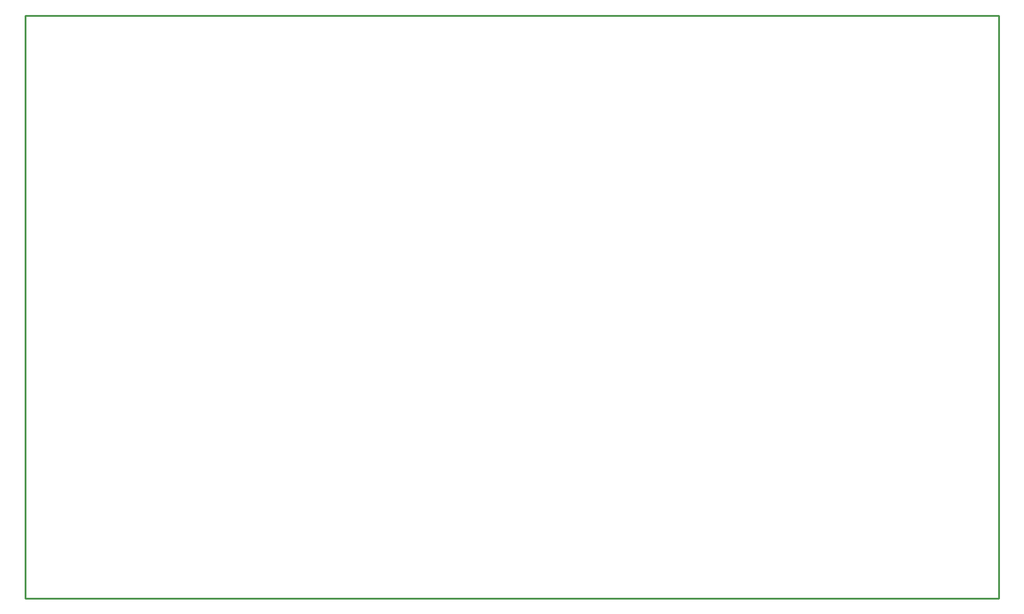
<source format=gbr>
G04 EAGLE Gerber RS-274X export*
G75*
%MOMM*%
%FSLAX34Y34*%
%LPD*%
%IN*%
%IPPOS*%
%AMOC8*
5,1,8,0,0,1.08239X$1,22.5*%
G01*
G04 Define Apertures*
%ADD10C,0.254000*%
D10*
X0Y0D02*
X1371400Y0D01*
X1371400Y822200D01*
X0Y822200D01*
X0Y0D01*
M02*

</source>
